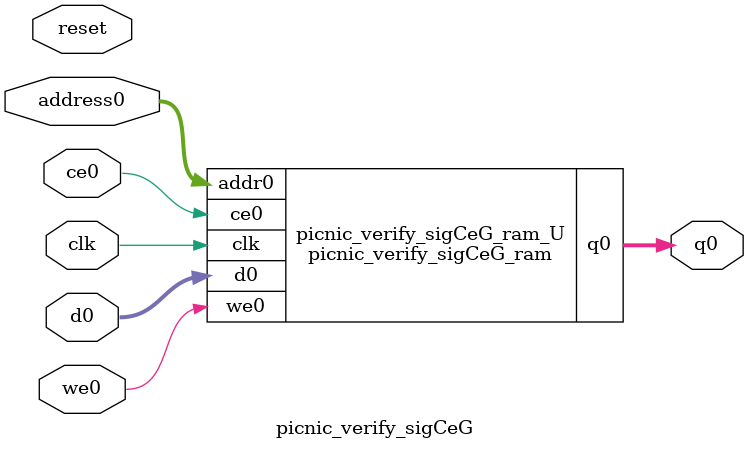
<source format=v>
`timescale 1 ns / 1 ps
module picnic_verify_sigCeG_ram (addr0, ce0, d0, we0, q0,  clk);

parameter DWIDTH = 8;
parameter AWIDTH = 12;
parameter MEM_SIZE = 3504;

input[AWIDTH-1:0] addr0;
input ce0;
input[DWIDTH-1:0] d0;
input we0;
output reg[DWIDTH-1:0] q0;
input clk;

(* ram_style = "block" *)reg [DWIDTH-1:0] ram[0:MEM_SIZE-1];




always @(posedge clk)  
begin 
    if (ce0) begin
        if (we0) 
            ram[addr0] <= d0; 
        q0 <= ram[addr0];
    end
end


endmodule

`timescale 1 ns / 1 ps
module picnic_verify_sigCeG(
    reset,
    clk,
    address0,
    ce0,
    we0,
    d0,
    q0);

parameter DataWidth = 32'd8;
parameter AddressRange = 32'd3504;
parameter AddressWidth = 32'd12;
input reset;
input clk;
input[AddressWidth - 1:0] address0;
input ce0;
input we0;
input[DataWidth - 1:0] d0;
output[DataWidth - 1:0] q0;



picnic_verify_sigCeG_ram picnic_verify_sigCeG_ram_U(
    .clk( clk ),
    .addr0( address0 ),
    .ce0( ce0 ),
    .we0( we0 ),
    .d0( d0 ),
    .q0( q0 ));

endmodule


</source>
